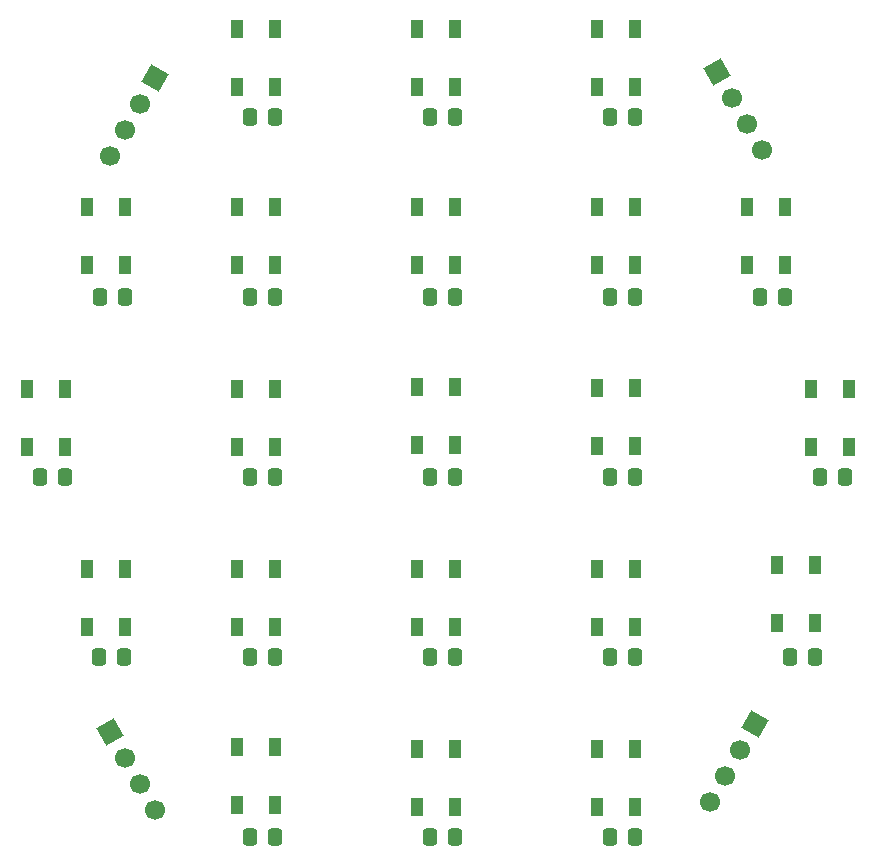
<source format=gts>
G04 #@! TF.GenerationSoftware,KiCad,Pcbnew,6.0.5-a6ca702e91~116~ubuntu22.04.1*
G04 #@! TF.CreationDate,2022-07-22T23:48:50-06:00*
G04 #@! TF.ProjectId,catan_board,63617461-6e5f-4626-9f61-72642e6b6963,rev?*
G04 #@! TF.SameCoordinates,Original*
G04 #@! TF.FileFunction,Soldermask,Top*
G04 #@! TF.FilePolarity,Negative*
%FSLAX46Y46*%
G04 Gerber Fmt 4.6, Leading zero omitted, Abs format (unit mm)*
G04 Created by KiCad (PCBNEW 6.0.5-a6ca702e91~116~ubuntu22.04.1) date 2022-07-22 23:48:50*
%MOMM*%
%LPD*%
G01*
G04 APERTURE LIST*
G04 Aperture macros list*
%AMRoundRect*
0 Rectangle with rounded corners*
0 $1 Rounding radius*
0 $2 $3 $4 $5 $6 $7 $8 $9 X,Y pos of 4 corners*
0 Add a 4 corners polygon primitive as box body*
4,1,4,$2,$3,$4,$5,$6,$7,$8,$9,$2,$3,0*
0 Add four circle primitives for the rounded corners*
1,1,$1+$1,$2,$3*
1,1,$1+$1,$4,$5*
1,1,$1+$1,$6,$7*
1,1,$1+$1,$8,$9*
0 Add four rect primitives between the rounded corners*
20,1,$1+$1,$2,$3,$4,$5,0*
20,1,$1+$1,$4,$5,$6,$7,0*
20,1,$1+$1,$6,$7,$8,$9,0*
20,1,$1+$1,$8,$9,$2,$3,0*%
%AMHorizOval*
0 Thick line with rounded ends*
0 $1 width*
0 $2 $3 position (X,Y) of the first rounded end (center of the circle)*
0 $4 $5 position (X,Y) of the second rounded end (center of the circle)*
0 Add line between two ends*
20,1,$1,$2,$3,$4,$5,0*
0 Add two circle primitives to create the rounded ends*
1,1,$1,$2,$3*
1,1,$1,$4,$5*%
%AMRotRect*
0 Rectangle, with rotation*
0 The origin of the aperture is its center*
0 $1 length*
0 $2 width*
0 $3 Rotation angle, in degrees counterclockwise*
0 Add horizontal line*
21,1,$1,$2,0,0,$3*%
G04 Aperture macros list end*
%ADD10RoundRect,0.250000X-0.337500X-0.475000X0.337500X-0.475000X0.337500X0.475000X-0.337500X0.475000X0*%
%ADD11R,1.000000X1.500000*%
%ADD12RotRect,1.700000X1.700000X330.000000*%
%ADD13HorizOval,1.700000X0.000000X0.000000X0.000000X0.000000X0*%
%ADD14RotRect,1.700000X1.700000X30.000000*%
%ADD15HorizOval,1.700000X0.000000X0.000000X0.000000X0.000000X0*%
G04 APERTURE END LIST*
D10*
X137625000Y-66040000D03*
X139700000Y-66040000D03*
X152865000Y-66040000D03*
X154940000Y-66040000D03*
X109685000Y-81280000D03*
X111760000Y-81280000D03*
X122385000Y-81280000D03*
X124460000Y-81280000D03*
X137625000Y-81280000D03*
X139700000Y-81280000D03*
X152865000Y-81280000D03*
X154940000Y-81280000D03*
X165565000Y-81280000D03*
X167640000Y-81280000D03*
X104605000Y-96520000D03*
X106680000Y-96520000D03*
X122385000Y-96520000D03*
X124460000Y-96520000D03*
X137625000Y-96520000D03*
X139700000Y-96520000D03*
X152865000Y-96520000D03*
X154940000Y-96520000D03*
X109608800Y-111760000D03*
X111683800Y-111760000D03*
X137625000Y-111760000D03*
X139700000Y-111760000D03*
X152865000Y-111760000D03*
X154940000Y-111760000D03*
X168105000Y-111760000D03*
X170180000Y-111760000D03*
X122385000Y-127000000D03*
X124460000Y-127000000D03*
X137625000Y-127000000D03*
X139700000Y-127000000D03*
X152865000Y-127000000D03*
X154940000Y-127000000D03*
X170645000Y-96520000D03*
X172720000Y-96520000D03*
X122385000Y-111760000D03*
X124460000Y-111760000D03*
X122385000Y-66040000D03*
X124460000Y-66040000D03*
D11*
X121260000Y-63500000D03*
X124460000Y-63500000D03*
X124460000Y-58600000D03*
X121260000Y-58600000D03*
X136500000Y-63500000D03*
X139700000Y-63500000D03*
X139700000Y-58600000D03*
X136500000Y-58600000D03*
X151740000Y-63500000D03*
X154940000Y-63500000D03*
X154940000Y-58600000D03*
X151740000Y-58600000D03*
X108560000Y-78560000D03*
X111760000Y-78560000D03*
X111760000Y-73660000D03*
X108560000Y-73660000D03*
X121260000Y-78560000D03*
X124460000Y-78560000D03*
X124460000Y-73660000D03*
X121260000Y-73660000D03*
X136500000Y-78560000D03*
X139700000Y-78560000D03*
X139700000Y-73660000D03*
X136500000Y-73660000D03*
X151740000Y-78560000D03*
X154940000Y-78560000D03*
X154940000Y-73660000D03*
X151740000Y-73660000D03*
X164440000Y-78560000D03*
X167640000Y-78560000D03*
X167640000Y-73660000D03*
X164440000Y-73660000D03*
X103480000Y-93980000D03*
X106680000Y-93980000D03*
X106680000Y-89080000D03*
X103480000Y-89080000D03*
X121260000Y-93980000D03*
X124460000Y-93980000D03*
X124460000Y-89080000D03*
X121260000Y-89080000D03*
X136500000Y-93800000D03*
X139700000Y-93800000D03*
X139700000Y-88900000D03*
X136500000Y-88900000D03*
X151740000Y-93927000D03*
X154940000Y-93927000D03*
X154940000Y-89027000D03*
X151740000Y-89027000D03*
X169875400Y-93980000D03*
X173075400Y-93980000D03*
X173075400Y-89080000D03*
X169875400Y-89080000D03*
X108560000Y-109220000D03*
X111760000Y-109220000D03*
X111760000Y-104320000D03*
X108560000Y-104320000D03*
X121260000Y-109220000D03*
X124460000Y-109220000D03*
X124460000Y-104320000D03*
X121260000Y-104320000D03*
X136500000Y-109220000D03*
X139700000Y-109220000D03*
X139700000Y-104320000D03*
X136500000Y-104320000D03*
X151740000Y-109220000D03*
X154940000Y-109220000D03*
X154940000Y-104320000D03*
X151740000Y-104320000D03*
X166980000Y-108913000D03*
X170180000Y-108913000D03*
X170180000Y-104013000D03*
X166980000Y-104013000D03*
X121260000Y-124280000D03*
X124460000Y-124280000D03*
X124460000Y-119380000D03*
X121260000Y-119380000D03*
X136500000Y-124460000D03*
X139700000Y-124460000D03*
X139700000Y-119560000D03*
X136500000Y-119560000D03*
X151740000Y-124460000D03*
X154940000Y-124460000D03*
X154940000Y-119560000D03*
X151740000Y-119560000D03*
D12*
X114300000Y-62749104D03*
D13*
X113030000Y-64948809D03*
X111760000Y-67148513D03*
X110490000Y-69348218D03*
D14*
X110490000Y-118110000D03*
D15*
X111760000Y-120309705D03*
X113030000Y-122509409D03*
X114300000Y-124709114D03*
D14*
X161925000Y-62275591D03*
D15*
X163195000Y-64475296D03*
X164465000Y-66675000D03*
X165735000Y-68874705D03*
D12*
X165100000Y-117475000D03*
D13*
X163830000Y-119674705D03*
X162560000Y-121874409D03*
X161290000Y-124074114D03*
M02*

</source>
